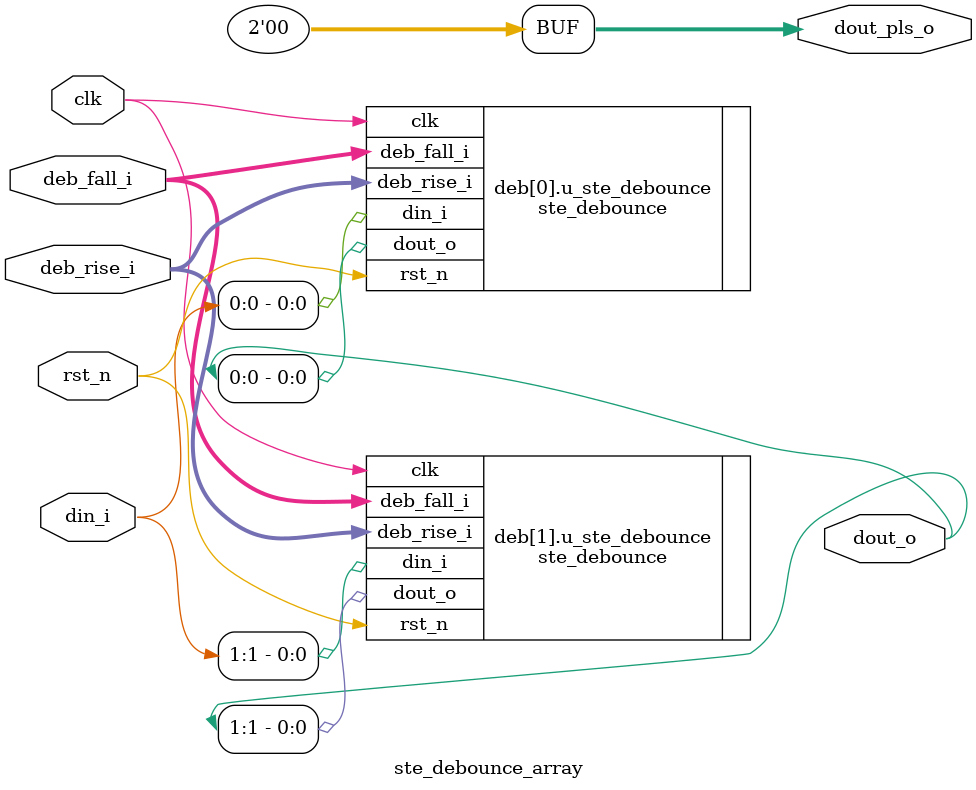
<source format=sv>
 
`default_nettype none
module ste_debounce_array #(
  parameter integer        NBR     = 2,
  parameter bit [NBR-1:0]  SYNC    = 2'b11,
  parameter integer        CNT_W   = 4,
  parameter bit [NBR-1:0] PLS_RISE = 2'b00,
  parameter bit [NBR-1:0] PLS_FALL = 2'b00
)(
  input  wire              clk       , // I; System clock 
  input  wire              rst_n     , // I; active low reset 
  input  wire  [NBR-1:0]   din_i     , // I; Data in to be debounced
  input  wire  [CNT_W-1:0] deb_rise_i, // I; maximal count value
  input  wire  [CNT_W-1:0] deb_fall_i, // I; maximal count value
  output logic [NBR-1:0]   dout_pls_o, // O; Debounced data out pulse
  output logic [NBR-1:0]   dout_o      // O; Debounced data out
);
 
  // -------------------------------------------------------------------------
  // Definition 
  // -------------------------------------------------------------------------
  
  // -------------------------------------------------------------------------
  // Implementation
  // -------------------------------------------------------------------------
 
  genvar i;
  generate 
    for (i=0; i<NBR; i++) begin: deb 
      // Debouncer
      ste_debounce #(
        .SYNC  (SYNC[i]),
        .CNT_W (CNT_W  )
      ) u_ste_debounce(
        .clk         (clk       ), // I; System clock 
        .rst_n       (rst_n     ), // I; active low reset 
        .din_i       (din_i[i]  ), // I; Data in to be debounced
        .deb_rise_i  (deb_rise_i), // I; maximal count value
        .deb_fall_i  (deb_fall_i), // I; maximal count value
        .dout_o      (dout_o[i] )  // O; Debounced data out
      );
      
      if (PLS_RISE[i] | PLS_FALL[i]) begin: pls
        // Pulse generation
        ste_edge #(
          .SYNC (0),
          .RISE (PLS_RISE[i]),
          .FALL (PLS_FALL[i]) 
        ) i1_pls(
          .clk            (clk          ), // I; System clock 
          .rst_n          (rst_n        ), // I; system cock reset (active low)  
          .din_i          (dout_o[i]    ), // I; Input data
          .edge_det_o     (dout_pls_o[i])  // O; Edge detected
        );
      end else begin
        assign dout_pls_o[i] = 0;
      end
    end

  endgenerate 

endmodule 
`default_nettype wire


</source>
